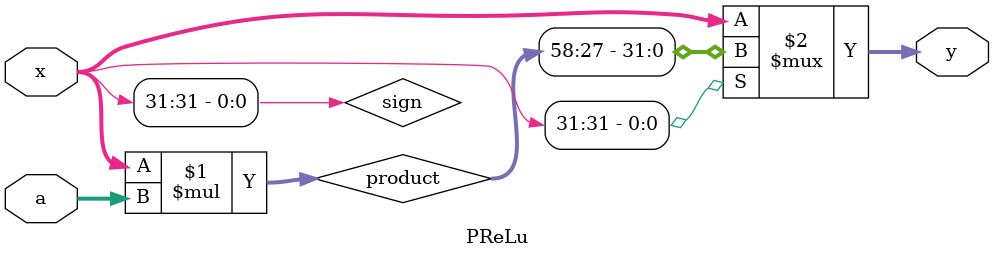
<source format=v>
`ifndef PRELU_V
`define PRELU_V

module PReLu #(
    parameter WIDTH = 32,
    parameter FBITS = 27
) (
    input  signed [WIDTH-1:0] x,
    input  signed [WIDTH-1:0] a,
    output signed [WIDTH-1:0] y
);
    
    wire signed [(2*WIDTH)-1:0] product;
    wire sign = x[WIDTH-1];

    assign product = x * a;

    assign y = (sign) ? product[(FBITS + WIDTH - 1) : FBITS] : x;

endmodule

`endif
</source>
